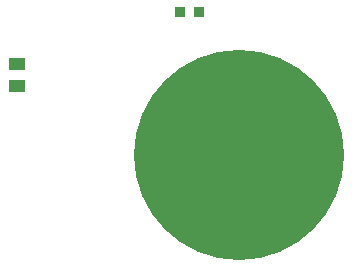
<source format=gtp>
G04*
G04 #@! TF.GenerationSoftware,Altium Limited,Altium Designer,18.1.7 (191)*
G04*
G04 Layer_Color=8421504*
%FSLAX25Y25*%
%MOIN*%
G70*
G01*
G75*
%ADD15C,0.70079*%
%ADD16R,0.03543X0.03740*%
%ADD17R,0.05709X0.03937*%
D15*
X321500Y367000D02*
D03*
D16*
X308150Y414500D02*
D03*
X301850D02*
D03*
D17*
X247500Y397240D02*
D03*
Y389760D02*
D03*
M02*

</source>
